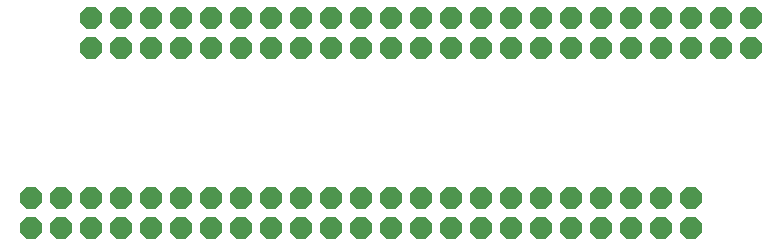
<source format=gts>
G75*
%MOIN*%
%OFA0B0*%
%FSLAX25Y25*%
%IPPOS*%
%LPD*%
%AMOC8*
5,1,8,0,0,1.08239X$1,22.5*
%
%ADD10OC8,0.07400*%
D10*
X0018500Y0014500D03*
X0028500Y0014500D03*
X0038500Y0014500D03*
X0048500Y0014500D03*
X0058500Y0014500D03*
X0068500Y0014500D03*
X0078500Y0014500D03*
X0088500Y0014500D03*
X0098500Y0014500D03*
X0108500Y0014500D03*
X0118500Y0014500D03*
X0128500Y0014500D03*
X0138500Y0014500D03*
X0148500Y0014500D03*
X0158500Y0014500D03*
X0168500Y0014500D03*
X0178500Y0014500D03*
X0188500Y0014500D03*
X0198500Y0014500D03*
X0208500Y0014500D03*
X0218500Y0014500D03*
X0228500Y0014500D03*
X0238500Y0014500D03*
X0238500Y0024500D03*
X0228500Y0024500D03*
X0218500Y0024500D03*
X0208500Y0024500D03*
X0198500Y0024500D03*
X0188500Y0024500D03*
X0178500Y0024500D03*
X0168500Y0024500D03*
X0158500Y0024500D03*
X0148500Y0024500D03*
X0138500Y0024500D03*
X0128500Y0024500D03*
X0118500Y0024500D03*
X0108500Y0024500D03*
X0098500Y0024500D03*
X0088500Y0024500D03*
X0078500Y0024500D03*
X0068500Y0024500D03*
X0058500Y0024500D03*
X0048500Y0024500D03*
X0038500Y0024500D03*
X0028500Y0024500D03*
X0018500Y0024500D03*
X0038500Y0074500D03*
X0048500Y0074500D03*
X0058500Y0074500D03*
X0068500Y0074500D03*
X0078500Y0074500D03*
X0088500Y0074500D03*
X0098500Y0074500D03*
X0108500Y0074500D03*
X0118500Y0074500D03*
X0128500Y0074500D03*
X0138500Y0074500D03*
X0148500Y0074500D03*
X0158500Y0074500D03*
X0168500Y0074500D03*
X0178500Y0074500D03*
X0188500Y0074500D03*
X0198500Y0074500D03*
X0208500Y0074500D03*
X0218500Y0074500D03*
X0228500Y0074500D03*
X0238500Y0074500D03*
X0248500Y0074500D03*
X0258500Y0074500D03*
X0258500Y0084500D03*
X0248500Y0084500D03*
X0238500Y0084500D03*
X0228500Y0084500D03*
X0218500Y0084500D03*
X0208500Y0084500D03*
X0198500Y0084500D03*
X0188500Y0084500D03*
X0178500Y0084500D03*
X0168500Y0084500D03*
X0158500Y0084500D03*
X0148500Y0084500D03*
X0138500Y0084500D03*
X0128500Y0084500D03*
X0118500Y0084500D03*
X0108500Y0084500D03*
X0098500Y0084500D03*
X0088500Y0084500D03*
X0078500Y0084500D03*
X0068500Y0084500D03*
X0058500Y0084500D03*
X0048500Y0084500D03*
X0038500Y0084500D03*
M02*

</source>
